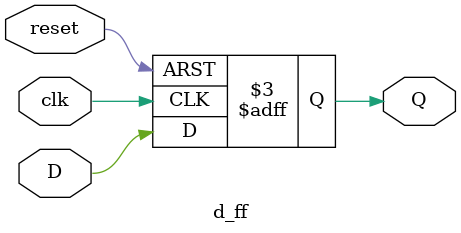
<source format=v>
`timescale 1ns / 1ps
/*************************************************************************************
*	File Name: 
*	Project:		Shift Register
*	Designer:	Liam Gogley
*	Email:		liam.gogley@linux.com
*	Rev. Date:	2016-02-06
*
*	Purpose:
*
*	Notes:
*************************************************************************************/
module d_ff( clk, reset, D, Q );
	input D, clk, reset;
	output reg Q;
	
	always@(posedge clk or posedge reset)
	begin
		if (reset == 1'b1)
				Q <= 1'b0;
		else
				Q <= D;
	end
endmodule

</source>
